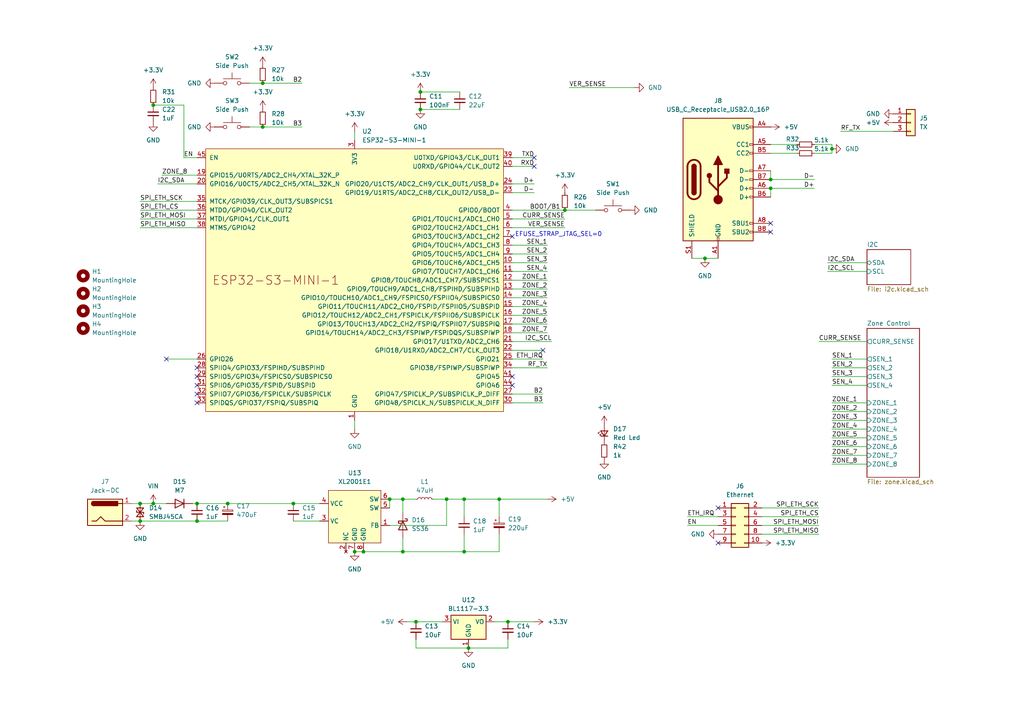
<source format=kicad_sch>
(kicad_sch (version 20231120) (generator "eeschema") (generator_version "8.0")
  (paper "A4")
  (lib_symbols
    (symbol "Connector:Jack-DC" (pin_names (offset 1.016))
      (property "Reference" "J" (at 0 5.334 0))
      (property "Value" "Jack-DC" (at 0 -5.08 0))
      (symbol "Jack-DC_1_1"
        (pin passive line (at 7.62 2.54 180) (length 2.54) (name "~") (number "1"))
        (pin passive line (at 7.62 -2.54 180) (length 2.54) (name "~") (number "2"))
      )
    )
    (symbol "Connector:USB_C_Receptacle_USB2.0_16P" (pin_names (offset 1.016))
      (property "Reference" "J" (at 0 22.225 0))
      (property "Value" "USB_C_Receptacle_USB2.0_16P" (at 0 19.685 0))
      (symbol "USB_C_Receptacle_USB2.0_16P_1_1"
        (pin passive line (at 0 -22.86 90) (length 5.08) (name "GND") (number "A1"))
        (pin passive line (at 0 -22.86 90) (length 5.08) hide (name "GND") (number "A12"))
        (pin passive line (at 15.24 15.24 180) (length 5.08) (name "VBUS") (number "A4"))
        (pin bidirectional line (at 15.24 10.16 180) (length 5.08) (name "CC1") (number "A5"))
        (pin bidirectional line (at 15.24 -2.54 180) (length 5.08) (name "D+") (number "A6"))
        (pin bidirectional line (at 15.24 2.54 180) (length 5.08) (name "D-") (number "A7"))
        (pin bidirectional line (at 15.24 -12.7 180) (length 5.08) (name "SBU1") (number "A8"))
        (pin passive line (at 15.24 15.24 180) (length 5.08) hide (name "VBUS") (number "A9"))
        (pin passive line (at 0 -22.86 90) (length 5.08) hide (name "GND") (number "B1"))
        (pin passive line (at 0 -22.86 90) (length 5.08) hide (name "GND") (number "B12"))
        (pin passive line (at 15.24 15.24 180) (length 5.08) hide (name "VBUS") (number "B4"))
        (pin bidirectional line (at 15.24 7.62 180) (length 5.08) (name "CC2") (number "B5"))
        (pin bidirectional line (at 15.24 -5.08 180) (length 5.08) (name "D+") (number "B6"))
        (pin bidirectional line (at 15.24 0 180) (length 5.08) (name "D-") (number "B7"))
        (pin bidirectional line (at 15.24 -15.24 180) (length 5.08) (name "SBU2") (number "B8"))
        (pin passive line (at 15.24 15.24 180) (length 5.08) hide (name "VBUS") (number "B9"))
        (pin passive line (at -7.62 -22.86 90) (length 5.08) (name "SHIELD") (number "S1"))
      )
    )
    (symbol "Connector_Generic:Conn_02x05_Odd_Even" (pin_names (offset 1.016) hide)
      (property "Reference" "J" (at 1.27 7.62 0))
      (property "Value" "Conn_02x05_Odd_Even" (at 1.27 -7.62 0))
      (symbol "Conn_02x05_Odd_Even_1_1"
        (pin passive line (at -5.08 5.08 0) (length 3.81) (name "Pin_1") (number "1"))
        (pin passive line (at 7.62 -5.08 180) (length 3.81) (name "Pin_10") (number "10"))
        (pin passive line (at 7.62 5.08 180) (length 3.81) (name "Pin_2") (number "2"))
        (pin passive line (at -5.08 2.54 0) (length 3.81) (name "Pin_3") (number "3"))
        (pin passive line (at 7.62 2.54 180) (length 3.81) (name "Pin_4") (number "4"))
        (pin passive line (at -5.08 0 0) (length 3.81) (name "Pin_5") (number "5"))
        (pin passive line (at 7.62 0 180) (length 3.81) (name "Pin_6") (number "6"))
        (pin passive line (at -5.08 -2.54 0) (length 3.81) (name "Pin_7") (number "7"))
        (pin passive line (at 7.62 -2.54 180) (length 3.81) (name "Pin_8") (number "8"))
        (pin passive line (at -5.08 -5.08 0) (length 3.81) (name "Pin_9") (number "9"))
      )
    )
    (symbol "Device:C_Polarized_Small" (pin_numbers hide) (pin_names (offset 0.254) hide)
      (property "Reference" "C" (at 0.254 1.778 0))
      (property "Value" "C_Polarized_Small" (at 0.254 -2.032 0))
      (symbol "C_Polarized_Small_1_1"
        (pin passive line (at 0 2.54 270) (length 1.8542) (name "~") (number "1"))
        (pin passive line (at 0 -2.54 90) (length 1.8542) (name "~") (number "2"))
      )
    )
    (symbol "Device:C_Small" (pin_numbers hide) (pin_names (offset 0.254) hide)
      (property "Reference" "C" (at 0.254 1.778 0))
      (property "Value" "C_Small" (at 0.254 -2.032 0))
      (symbol "C_Small_1_1"
        (pin passive line (at 0 2.54 270) (length 2.032) (name "~") (number "1"))
        (pin passive line (at 0 -2.54 90) (length 2.032) (name "~") (number "2"))
      )
    )
    (symbol "Device:D_TVS_Small" (pin_numbers hide) (pin_names (offset 1.016) hide)
      (property "Reference" "D" (at 0 2.54 0))
      (property "Value" "D_TVS_Small" (at 0 -2.54 0))
      (symbol "D_TVS_Small_1_1"
        (pin passive line (at -2.54 0 0) (length 1.27) (name "A1") (number "1"))
        (pin passive line (at 2.54 0 180) (length 1.27) (name "A2") (number "2"))
      )
    )
    (symbol "Device:LED_Small" (pin_numbers hide) (pin_names (offset 0.254) hide)
      (property "Reference" "D" (at -1.27 3.175 0))
      (property "Value" "LED_Small" (at -4.445 -2.54 0))
      (symbol "LED_Small_1_1"
        (pin passive line (at -2.54 0 0) (length 1.778) (name "K") (number "1"))
        (pin passive line (at 2.54 0 180) (length 1.778) (name "A") (number "2"))
      )
    )
    (symbol "Device:L_Small" (pin_numbers hide) (pin_names (offset 0.254) hide)
      (property "Reference" "L" (at 0.762 1.016 0))
      (property "Value" "L_Small" (at 0.762 -1.016 0))
      (symbol "L_Small_1_1"
        (pin passive line (at 0 2.54 270) (length 0.508) (name "~") (number "1"))
        (pin passive line (at 0 -2.54 90) (length 0.508) (name "~") (number "2"))
      )
    )
    (symbol "Device:R_Small" (pin_numbers hide) (pin_names (offset 0.254) hide)
      (property "Reference" "R" (at 0.762 0.508 0))
      (property "Value" "R_Small" (at 0.762 -1.016 0))
      (symbol "R_Small_1_1"
        (pin passive line (at 0 2.54 270) (length 0.762) (name "~") (number "1"))
        (pin passive line (at 0 -2.54 90) (length 0.762) (name "~") (number "2"))
      )
    )
    (symbol "Diode:NRVA4007T3G" (pin_numbers hide) (pin_names hide)
      (property "Reference" "D" (at 0 2.54 0))
      (property "Value" "NRVA4007T3G" (at 0 -2.54 0))
      (symbol "NRVA4007T3G_1_1"
        (pin passive line (at -3.81 0 0) (length 2.54) (name "K") (number "1"))
        (pin passive line (at 3.81 0 180) (length 2.54) (name "A") (number "2"))
      )
    )
    (symbol "Diode:SS36" (pin_numbers hide) (pin_names (offset 1.016) hide)
      (property "Reference" "D" (at 0 2.54 0))
      (property "Value" "SS36" (at 0 -2.54 0))
      (symbol "SS36_1_1"
        (pin passive line (at -3.81 0 0) (length 2.54) (name "K") (number "1"))
        (pin passive line (at 3.81 0 180) (length 2.54) (name "A") (number "2"))
      )
    )
    (symbol "Mechanical:MountingHole" (pin_names (offset 1.016)) (exclude_from_sim yes) (in_bom no)
      (property "Reference" "H" (at 0 5.08 0))
      (property "Value" "MountingHole" (at 0 3.175 0))
    )
    (symbol "OpenSprinkler:XL2001E1"
      (property "Reference" "U" (at 0 11.684 0))
      (property "Value" "XL2001E1" (at 0 9.398 0))
      (symbol "XL2001E1_1_1"
        (pin input line (at 10.16 -2.54 180) (length 2.54) (name "FB") (number "1"))
        (pin no_connect line (at -2.54 -10.16 90) (length 2.54) (name "NC") (number "2"))
        (pin input line (at -10.16 -1.27 0) (length 2.54) (name "VC") (number "3"))
        (pin input line (at -10.16 3.81 0) (length 2.54) (name "VCC") (number "4"))
        (pin output line (at 10.16 2.54 180) (length 2.54) (name "SW") (number "5"))
        (pin output line (at 10.16 5.08 180) (length 2.54) (name "SW") (number "6"))
        (pin output line (at 0 -10.16 90) (length 2.54) (name "GND") (number "7"))
        (pin output line (at 2.54 -10.16 90) (length 2.54) (name "GND") (number "8"))
      )
    )
    (symbol "PCM_4ms_Connector:Conn_01x03" (pin_names (offset 1.016) hide)
      (property "Reference" "J" (at 0 5.08 0))
      (property "Value" "Conn_01x03" (at 0 -5.08 0))
      (symbol "Conn_01x03_1_1"
        (pin passive line (at -5.08 2.54 0) (length 3.81) (name "Pin_1") (number "1"))
        (pin passive line (at -5.08 0 0) (length 3.81) (name "Pin_2") (number "2"))
        (pin passive line (at -5.08 -2.54 0) (length 3.81) (name "Pin_3") (number "3"))
      )
    )
    (symbol "PCM_Espressif:ESP32-S3-MINI-1" (pin_names (offset 1.016))
      (property "Reference" "U" (at -43.18 43.18 0))
      (property "Value" "ESP32-S3-MINI-1" (at -43.18 40.64 0))
      (symbol "ESP32-S3-MINI-1_0_0"
        (text "ESP32-S3-MINI-1" (at -22.86 0 0) (effects (font (size 2.54 2.54))))
        (pin power_in line (at 0 -40.64 90) (length 2.54) (name "GND") (number "1"))
        (pin bidirectional line (at 45.72 5.08 180) (length 2.54) (name "GPIO6/TOUCH6/ADC1_CH5") (number "10"))
        (pin bidirectional line (at 45.72 2.54 180) (length 2.54) (name "GPIO7/TOUCH7/ADC1_CH6") (number "11"))
        (pin bidirectional line (at 45.72 0 180) (length 2.54) (name "GPIO8/TOUCH8/ADC1_CH7/SUBSPICS1") (number "12"))
        (pin bidirectional line (at 45.72 -2.54 180) (length 2.54) (name "GPIO9/TOUCH9/ADC1_CH8/FSPIHD/SUBSPIHD") (number "13"))
        (pin bidirectional line (at 45.72 -5.08 180) (length 2.54) (name "GPIO10/TOUCH10/ADC1_CH9/FSPICS0/FSPIIO4/SUBSPICS0") (number "14"))
        (pin bidirectional line (at 45.72 -7.62 180) (length 2.54) (name "GPIO11/TOUCH11/ADC2_CH0/FSPID/FSPIIO5/SUBSPID") (number "15"))
        (pin bidirectional line (at 45.72 -10.16 180) (length 2.54) (name "GPIO12/TOUCH12/ADC2_CH1/FSPICLK/FSPIIO6/SUBSPICLK") (number "16"))
        (pin bidirectional line (at 45.72 -12.7 180) (length 2.54) (name "GPIO13/TOUCH13/ADC2_CH2/FSPIQ/FSPIIO7/SUBSPIQ") (number "17"))
        (pin bidirectional line (at 45.72 -15.24 180) (length 2.54) (name "GPIO14/TOUCH14/ADC2_CH3/FSPIWP/FSPIDQS/SUBSPIWP") (number "18"))
        (pin bidirectional line (at -45.72 30.48 0) (length 2.54) (name "GPIO15/U0RTS/ADC2_CH4/XTAL_32K_P") (number "19"))
        (pin passive line (at 0 -40.64 90) (length 2.54) hide (name "GND") (number "2"))
        (pin bidirectional line (at -45.72 27.94 0) (length 2.54) (name "GPIO16/U0CTS/ADC2_CH5/XTAL_32K_N") (number "20"))
        (pin bidirectional line (at 45.72 -17.78 180) (length 2.54) (name "GPIO17/U1TXD/ADC2_CH6") (number "21"))
        (pin bidirectional line (at 45.72 -20.32 180) (length 2.54) (name "GPIO18/U1RXD/ADC2_CH7/CLK_OUT3") (number "22"))
        (pin bidirectional line (at 45.72 25.4 180) (length 2.54) (name "GPIO19/U1RTS/ADC2_CH8/CLK_OUT2/USB_D-") (number "23"))
        (pin bidirectional line (at 45.72 27.94 180) (length 2.54) (name "GPIO20/U1CTS/ADC2_CH9/CLK_OUT1/USB_D+") (number "24"))
        (pin bidirectional line (at 45.72 -22.86 180) (length 2.54) (name "GPIO21") (number "25"))
        (pin bidirectional line (at -45.72 -22.86 0) (length 2.54) (name "GPIO26") (number "26"))
        (pin bidirectional line (at 45.72 -33.02 180) (length 2.54) (name "GPIO47/SPICLK_P/SUBSPICLK_P_DIFF") (number "27"))
        (pin bidirectional line (at -45.72 -25.4 0) (length 2.54) (name "SPIIO4/GPIO33/FSPIHD/SUBSPIHD") (number "28"))
        (pin bidirectional line (at -45.72 -27.94 0) (length 2.54) (name "SPIIO5/GPIO34/FSPICS0/SUBSPICS0") (number "29"))
        (pin power_in line (at 0 40.64 270) (length 2.54) (name "3V3") (number "3"))
        (pin bidirectional line (at 45.72 -35.56 180) (length 2.54) (name "GPIO48/SPICLK_N/SUBSPICLK_N_DIFF") (number "30"))
        (pin bidirectional line (at -45.72 -30.48 0) (length 2.54) (name "SPIIO6/GPIO35/FSPID/SUBSPID") (number "31"))
        (pin bidirectional line (at -45.72 -33.02 0) (length 2.54) (name "SPIIO7/GPIO36/FSPICLK/SUBSPICLK") (number "32"))
        (pin bidirectional line (at -45.72 -35.56 0) (length 2.54) (name "SPIDQS/GPIO37/FSPIQ/SUBSPIQ") (number "33"))
        (pin bidirectional line (at 45.72 -25.4 180) (length 2.54) (name "GPIO38/FSPIWP/SUBSPIWP") (number "34"))
        (pin bidirectional line (at -45.72 22.86 0) (length 2.54) (name "MTCK/GPIO39/CLK_OUT3/SUBSPICS1") (number "35"))
        (pin bidirectional line (at -45.72 20.32 0) (length 2.54) (name "MTDO/GPIO40/CLK_OUT2") (number "36"))
        (pin bidirectional line (at -45.72 17.78 0) (length 2.54) (name "MTDI/GPIO41/CLK_OUT1") (number "37"))
        (pin bidirectional line (at -45.72 15.24 0) (length 2.54) (name "MTMS/GPIO42") (number "38"))
        (pin bidirectional line (at 45.72 35.56 180) (length 2.54) (name "U0TXD/GPIO43/CLK_OUT1") (number "39"))
        (pin bidirectional line (at 45.72 20.32 180) (length 2.54) (name "GPIO0/BOOT") (number "4"))
        (pin bidirectional line (at 45.72 33.02 180) (length 2.54) (name "U0RXD/GPIO44/CLK_OUT2") (number "40"))
        (pin bidirectional line (at 45.72 -27.94 180) (length 2.54) (name "GPIO45") (number "41"))
        (pin passive line (at 0 -40.64 90) (length 2.54) hide (name "GND") (number "42"))
        (pin passive line (at 0 -40.64 90) (length 2.54) hide (name "GND") (number "43"))
        (pin bidirectional line (at 45.72 -30.48 180) (length 2.54) (name "GPIO46") (number "44"))
        (pin input line (at -45.72 35.56 0) (length 2.54) (name "EN") (number "45"))
        (pin passive line (at 0 -40.64 90) (length 2.54) hide (name "GND") (number "46"))
        (pin passive line (at 0 -40.64 90) (length 2.54) hide (name "GND") (number "47"))
        (pin passive line (at 0 -40.64 90) (length 2.54) hide (name "GND") (number "48"))
        (pin passive line (at 0 -40.64 90) (length 2.54) hide (name "GND") (number "49"))
        (pin bidirectional line (at 45.72 17.78 180) (length 2.54) (name "GPIO1/TOUCH1/ADC1_CH0") (number "5"))
        (pin passive line (at 0 -40.64 90) (length 2.54) hide (name "GND") (number "50"))
        (pin passive line (at 0 -40.64 90) (length 2.54) hide (name "GND") (number "51"))
        (pin passive line (at 0 -40.64 90) (length 2.54) hide (name "GND") (number "52"))
        (pin passive line (at 0 -40.64 90) (length 2.54) hide (name "GND") (number "53"))
        (pin passive line (at 0 -40.64 90) (length 2.54) hide (name "GND") (number "54"))
        (pin passive line (at 0 -40.64 90) (length 2.54) hide (name "GND") (number "55"))
        (pin passive line (at 0 -40.64 90) (length 2.54) hide (name "GND") (number "56"))
        (pin passive line (at 0 -40.64 90) (length 2.54) hide (name "GND") (number "57"))
        (pin passive line (at 0 -40.64 90) (length 2.54) hide (name "GND") (number "58"))
        (pin passive line (at 0 -40.64 90) (length 2.54) hide (name "GND") (number "59"))
        (pin bidirectional line (at 45.72 15.24 180) (length 2.54) (name "GPIO2/TOUCH2/ADC1_CH1") (number "6"))
        (pin passive line (at 0 -40.64 90) (length 2.54) hide (name "GND") (number "60"))
        (pin passive line (at 0 -40.64 90) (length 2.54) hide (name "GND") (number "61"))
        (pin passive line (at 0 -40.64 90) (length 2.54) hide (name "GND") (number "62"))
        (pin passive line (at 0 -40.64 90) (length 2.54) hide (name "GND") (number "63"))
        (pin passive line (at 0 -40.64 90) (length 2.54) hide (name "GND") (number "64"))
        (pin passive line (at 0 -40.64 90) (length 2.54) hide (name "GND") (number "65"))
        (pin bidirectional line (at 45.72 12.7 180) (length 2.54) (name "GPIO3/TOUCH3/ADC1_CH2") (number "7"))
        (pin bidirectional line (at 45.72 10.16 180) (length 2.54) (name "GPIO4/TOUCH4/ADC1_CH3") (number "8"))
        (pin bidirectional line (at 45.72 7.62 180) (length 2.54) (name "GPIO5/TOUCH5/ADC1_CH4") (number "9"))
      )
    )
    (symbol "Regulator_Linear:AMS1117-3.3"
      (property "Reference" "U" (at -3.81 3.175 0))
      (property "Value" "AMS1117-3.3" (at 0 3.175 0))
      (symbol "AMS1117-3.3_1_1"
        (pin power_in line (at 0 -7.62 90) (length 2.54) (name "GND") (number "1"))
        (pin power_out line (at 7.62 0 180) (length 2.54) (name "VO") (number "2"))
        (pin power_in line (at -7.62 0 0) (length 2.54) (name "VI") (number "3"))
      )
    )
    (symbol "Switch:SW_Push" (pin_numbers hide) (pin_names (offset 1.016) hide)
      (property "Reference" "SW" (at 1.27 2.54 0))
      (property "Value" "SW_Push" (at 0 -1.524 0))
      (symbol "SW_Push_0_1"
        (pin passive line (at -5.08 0 0) (length 2.54) (name "1") (number "1"))
        (pin passive line (at 5.08 0 180) (length 2.54) (name "2") (number "2"))
      )
    )
    (symbol "power:+3.3V" (power) (pin_numbers hide) (pin_names (offset 0) hide)
      (property "Value" "+3.3V" (at 0 3.556 0))
      (symbol "+3.3V_1_1"
        (pin power_in line (at 0 0 90) (length 0) (name "~") (number "1"))
      )
    )
    (symbol "power:+5V" (power) (pin_numbers hide) (pin_names (offset 0) hide)
      (property "Value" "+5V" (at 0 3.556 0))
      (symbol "+5V_1_1"
        (pin power_in line (at 0 0 90) (length 0) (name "~") (number "1"))
      )
    )
    (symbol "power:GND" (power) (pin_numbers hide) (pin_names (offset 0) hide)
      (property "Value" "GND" (at 0 -3.81 0))
      (symbol "GND_1_1"
        (pin power_in line (at 0 0 270) (length 0) (name "~") (number "1"))
      )
    )
    (symbol "power:VCC" (power) (pin_numbers hide) (pin_names (offset 0) hide)
      (property "Value" "VCC" (at 0 3.556 0))
      (symbol "VCC_1_1"
        (pin power_in line (at 0 0 90) (length 0) (name "~") (number "1"))
      )
    )
  )
  (junction (at 66.04 146.05))
  (junction (at 102.87 160.02))
  (junction (at 44.45 146.05))
  (junction (at 44.45 30.48))
  (junction (at 116.84 144.78))
  (junction (at 121.92 26.67))
  (junction (at 40.64 151.13))
  (junction (at 76.2 24.13))
  (junction (at 223.52 52.07))
  (junction (at 223.52 54.61))
  (junction (at 85.09 146.05))
  (junction (at 129.54 144.78))
  (junction (at 144.78 144.78))
  (junction (at 147.32 180.34))
  (junction (at 134.62 160.02))
  (junction (at 135.89 187.96))
  (junction (at 121.92 31.75))
  (junction (at 120.65 180.34))
  (junction (at 204.47 74.93))
  (junction (at 134.62 144.78))
  (junction (at 57.15 146.05))
  (junction (at 116.84 160.02))
  (junction (at 105.41 160.02))
  (junction (at 40.64 146.05))
  (junction (at 57.15 151.13))
  (junction (at 163.83 60.96))
  (junction (at 241.3 43.18))
  (junction (at 113.03 144.78))
  (junction (at 76.2 36.83))
  (no_connect (at 148.59 109.22))
  (no_connect (at 154.94 45.72))
  (no_connect (at 57.15 111.76))
  (no_connect (at 154.94 48.26))
  (no_connect (at 148.59 111.76))
  (no_connect (at 148.59 68.58))
  (no_connect (at 57.15 109.22))
  (no_connect (at 157.48 101.6))
  (no_connect (at 57.15 116.84))
  (no_connect (at 208.28 147.32))
  (no_connect (at 208.28 157.48))
  (no_connect (at 57.15 114.3))
  (no_connect (at 223.52 64.77))
  (no_connect (at 223.52 67.31))
  (no_connect (at 48.26 104.14))
  (no_connect (at 57.15 106.68))
  (wire (pts (xy 53.34 30.48) (xy 53.34 45.72)))
  (wire (pts (xy 241.3 104.14) (xy 251.46 104.14)))
  (wire (pts (xy 129.54 152.4) (xy 113.03 152.4)))
  (wire (pts (xy 158.75 96.52) (xy 148.59 96.52)))
  (wire (pts (xy 158.75 91.44) (xy 148.59 91.44)))
  (wire (pts (xy 76.2 24.13) (xy 87.63 24.13)))
  (wire (pts (xy 129.54 144.78) (xy 129.54 152.4)))
  (wire (pts (xy 220.98 152.4) (xy 237.49 152.4)))
  (wire (pts (xy 231.14 41.91) (xy 223.52 41.91)))
  (wire (pts (xy 120.65 187.96) (xy 120.65 185.42)))
  (wire (pts (xy 57.15 53.34) (xy 45.72 53.34)))
  (wire (pts (xy 134.62 154.94) (xy 134.62 160.02)))
  (wire (pts (xy 135.89 187.96) (xy 120.65 187.96)))
  (wire (pts (xy 148.59 116.84) (xy 157.48 116.84)))
  (wire (pts (xy 148.59 55.88) (xy 154.94 55.88)))
  (wire (pts (xy 241.3 129.54) (xy 251.46 129.54)))
  (wire (pts (xy 38.1 146.05) (xy 40.64 146.05)))
  (wire (pts (xy 251.46 76.2) (xy 240.03 76.2)))
  (wire (pts (xy 158.75 78.74) (xy 148.59 78.74)))
  (wire (pts (xy 241.3 41.91) (xy 236.22 41.91)))
  (wire (pts (xy 158.75 81.28) (xy 148.59 81.28)))
  (wire (pts (xy 200.66 74.93) (xy 204.47 74.93)))
  (wire (pts (xy 144.78 160.02) (xy 134.62 160.02)))
  (wire (pts (xy 76.2 36.83) (xy 87.63 36.83)))
  (wire (pts (xy 243.84 38.1) (xy 259.08 38.1)))
  (wire (pts (xy 220.98 149.86) (xy 237.49 149.86)))
  (wire (pts (xy 158.75 93.98) (xy 148.59 93.98)))
  (wire (pts (xy 40.64 151.13) (xy 57.15 151.13)))
  (wire (pts (xy 241.3 109.22) (xy 251.46 109.22)))
  (wire (pts (xy 57.15 104.14) (xy 48.26 104.14)))
  (wire (pts (xy 223.52 44.45) (xy 231.14 44.45)))
  (wire (pts (xy 237.49 99.06) (xy 251.46 99.06)))
  (wire (pts (xy 241.3 119.38) (xy 251.46 119.38)))
  (wire (pts (xy 241.3 124.46) (xy 251.46 124.46)))
  (wire (pts (xy 148.59 53.34) (xy 154.94 53.34)))
  (wire (pts (xy 134.62 149.86) (xy 134.62 144.78)))
  (wire (pts (xy 204.47 74.93) (xy 208.28 74.93)))
  (wire (pts (xy 236.22 44.45) (xy 241.3 44.45)))
  (wire (pts (xy 158.75 71.12) (xy 148.59 71.12)))
  (wire (pts (xy 148.59 99.06) (xy 160.02 99.06)))
  (wire (pts (xy 223.52 54.61) (xy 236.22 54.61)))
  (wire (pts (xy 57.15 60.96) (xy 40.64 60.96)))
  (wire (pts (xy 158.75 88.9) (xy 148.59 88.9)))
  (wire (pts (xy 134.62 144.78) (xy 144.78 144.78)))
  (wire (pts (xy 120.65 180.34) (xy 128.27 180.34)))
  (wire (pts (xy 129.54 144.78) (xy 134.62 144.78)))
  (wire (pts (xy 158.75 76.2) (xy 148.59 76.2)))
  (wire (pts (xy 102.87 160.02) (xy 105.41 160.02)))
  (wire (pts (xy 148.59 114.3) (xy 157.48 114.3)))
  (wire (pts (xy 147.32 180.34) (xy 154.94 180.34)))
  (wire (pts (xy 72.39 36.83) (xy 76.2 36.83)))
  (wire (pts (xy 148.59 101.6) (xy 157.48 101.6)))
  (wire (pts (xy 113.03 144.78) (xy 113.03 147.32)))
  (wire (pts (xy 105.41 160.02) (xy 116.84 160.02)))
  (wire (pts (xy 154.94 48.26) (xy 148.59 48.26)))
  (wire (pts (xy 102.87 38.1) (xy 102.87 40.64)))
  (wire (pts (xy 116.84 144.78) (xy 116.84 148.59)))
  (wire (pts (xy 38.1 151.13) (xy 40.64 151.13)))
  (wire (pts (xy 72.39 24.13) (xy 76.2 24.13)))
  (wire (pts (xy 208.28 149.86) (xy 199.39 149.86)))
  (wire (pts (xy 148.59 63.5) (xy 163.83 63.5)))
  (wire (pts (xy 125.73 144.78) (xy 129.54 144.78)))
  (wire (pts (xy 148.59 60.96) (xy 163.83 60.96)))
  (wire (pts (xy 57.15 58.42) (xy 40.64 58.42)))
  (wire (pts (xy 208.28 152.4) (xy 199.39 152.4)))
  (wire (pts (xy 241.3 44.45) (xy 241.3 43.18)))
  (wire (pts (xy 220.98 154.94) (xy 237.49 154.94)))
  (wire (pts (xy 241.3 106.68) (xy 251.46 106.68)))
  (wire (pts (xy 121.92 26.67) (xy 133.35 26.67)))
  (wire (pts (xy 241.3 132.08) (xy 251.46 132.08)))
  (wire (pts (xy 57.15 146.05) (xy 66.04 146.05)))
  (wire (pts (xy 46.99 50.8) (xy 57.15 50.8)))
  (wire (pts (xy 251.46 78.74) (xy 240.03 78.74)))
  (wire (pts (xy 144.78 149.86) (xy 144.78 144.78)))
  (wire (pts (xy 121.92 31.75) (xy 133.35 31.75)))
  (wire (pts (xy 134.62 160.02) (xy 116.84 160.02)))
  (wire (pts (xy 85.09 151.13) (xy 92.71 151.13)))
  (wire (pts (xy 116.84 156.21) (xy 116.84 160.02)))
  (wire (pts (xy 241.3 127) (xy 251.46 127)))
  (wire (pts (xy 113.03 144.78) (xy 116.84 144.78)))
  (wire (pts (xy 223.52 52.07) (xy 223.52 49.53)))
  (wire (pts (xy 57.15 63.5) (xy 40.64 63.5)))
  (wire (pts (xy 57.15 66.04) (xy 40.64 66.04)))
  (wire (pts (xy 40.64 146.05) (xy 44.45 146.05)))
  (wire (pts (xy 158.75 86.36) (xy 148.59 86.36)))
  (wire (pts (xy 66.04 146.05) (xy 85.09 146.05)))
  (wire (pts (xy 165.1 25.4) (xy 184.15 25.4)))
  (wire (pts (xy 158.75 73.66) (xy 148.59 73.66)))
  (wire (pts (xy 147.32 185.42) (xy 147.32 187.96)))
  (wire (pts (xy 144.78 154.94) (xy 144.78 160.02)))
  (wire (pts (xy 223.52 52.07) (xy 236.22 52.07)))
  (wire (pts (xy 148.59 104.14) (xy 157.48 104.14)))
  (wire (pts (xy 241.3 134.62) (xy 251.46 134.62)))
  (wire (pts (xy 144.78 144.78) (xy 158.75 144.78)))
  (wire (pts (xy 241.3 43.18) (xy 241.3 41.91)))
  (wire (pts (xy 154.94 45.72) (xy 148.59 45.72)))
  (wire (pts (xy 147.32 180.34) (xy 143.51 180.34)))
  (wire (pts (xy 148.59 106.68) (xy 158.75 106.68)))
  (wire (pts (xy 223.52 54.61) (xy 223.52 57.15)))
  (wire (pts (xy 116.84 144.78) (xy 120.65 144.78)))
  (wire (pts (xy 241.3 121.92) (xy 251.46 121.92)))
  (wire (pts (xy 44.45 146.05) (xy 48.26 146.05)))
  (wire (pts (xy 44.45 30.48) (xy 53.34 30.48)))
  (wire (pts (xy 163.83 66.04) (xy 148.59 66.04)))
  (wire (pts (xy 102.87 121.92) (xy 102.87 124.46)))
  (wire (pts (xy 172.72 60.96) (xy 163.83 60.96)))
  (wire (pts (xy 241.3 111.76) (xy 251.46 111.76)))
  (wire (pts (xy 55.88 146.05) (xy 57.15 146.05)))
  (wire (pts (xy 220.98 147.32) (xy 237.49 147.32)))
  (wire (pts (xy 147.32 187.96) (xy 135.89 187.96)))
  (wire (pts (xy 241.3 116.84) (xy 251.46 116.84)))
  (wire (pts (xy 85.09 146.05) (xy 92.71 146.05)))
  (wire (pts (xy 53.34 45.72) (xy 57.15 45.72)))
  (wire (pts (xy 118.11 180.34) (xy 120.65 180.34)))
  (wire (pts (xy 57.15 151.13) (xy 66.04 151.13)))
  (wire (pts (xy 158.75 83.82) (xy 148.59 83.82)))
  (text "EFUSE_STRAP_JTAG_SEL=0" (at 149.352 67.31 0) (effects (font (size 1.27 1.27)) (justify left top)))
  (label "EN" (at 199.39 152.4 0))
  (label "SPI_ETH_MOSI" (at 40.64 63.5 0))
  (label "CURR_SENSE" (at 237.49 99.06 0))
  (label "B3" (at 87.63 36.83 180))
  (label "I2C_SDA" (at 240.03 76.2 0))
  (label "SEN_4" (at 158.75 78.74 180))
  (label "CURR_SENSE" (at 163.83 63.5 180))
  (label "SEN_3" (at 158.75 76.2 180))
  (label "SPI_ETH_SCK" (at 237.49 147.32 180))
  (label "BOOT{slash}B1" (at 162.56 60.96 180))
  (label "ZONE_3" (at 158.75 86.36 180))
  (label "SPI_ETH_MISO" (at 237.49 154.94 180))
  (label "ZONE_4" (at 158.75 88.9 180))
  (label "ZONE_3" (at 241.3 121.92 0))
  (label "VER_SENSE" (at 163.83 66.04 180))
  (label "B2" (at 157.48 114.3 180))
  (label "SEN_1" (at 241.3 104.14 0))
  (label "ZONE_6" (at 158.75 93.98 180))
  (label "ZONE_8" (at 46.99 50.8 0))
  (label "I2C_SDA" (at 45.72 53.34 0))
  (label "RXD" (at 154.94 48.26 180))
  (label "ZONE_4" (at 241.3 124.46 0))
  (label "D+" (at 236.22 54.61 180))
  (label "ETH_IRQ" (at 157.48 104.14 180))
  (label "SEN_3" (at 241.3 109.22 0))
  (label "ZONE_5" (at 241.3 127 0))
  (label "SEN_1" (at 158.75 71.12 180))
  (label "SPI_ETH_SCK" (at 40.64 58.42 0))
  (label "B3" (at 157.48 116.84 180))
  (label "ZONE_2" (at 158.75 83.82 180))
  (label "D+" (at 154.94 53.34 180))
  (label "B2" (at 87.63 24.13 180))
  (label "SPI_ETH_MOSI" (at 237.49 152.4 180))
  (label "VER_SENSE" (at 165.1 25.4 0))
  (label "RF_TX" (at 158.75 106.68 180))
  (label "ZONE_2" (at 241.3 119.38 0))
  (label "ZONE_7" (at 241.3 132.08 0))
  (label "SPI_ETH_CS" (at 40.64 60.96 0))
  (label "ZONE_6" (at 241.3 129.54 0))
  (label "SPI_ETH_MISO" (at 40.64 66.04 0))
  (label "ETH_IRQ" (at 199.39 149.86 0))
  (label "I2C_SCL" (at 160.02 99.06 180))
  (label "RF_TX" (at 243.84 38.1 0))
  (label "SEN_2" (at 158.75 73.66 180))
  (label "ZONE_1" (at 158.75 81.28 180))
  (label "D-" (at 154.94 55.88 180))
  (label "D-" (at 236.22 52.07 180))
  (label "I2C_SCL" (at 240.03 78.74 0))
  (label "EN" (at 53.34 45.72 0))
  (label "SPI_ETH_CS" (at 237.49 149.86 180))
  (label "ZONE_5" (at 158.75 91.44 180))
  (label "SEN_4" (at 241.3 111.76 0))
  (label "ZONE_8" (at 241.3 134.62 0))
  (label "TXD" (at 154.94 45.72 180))
  (label "ZONE_1" (at 241.3 116.84 0))
  (label "ZONE_7" (at 158.75 96.52 180))
  (label "SEN_2" (at 241.3 106.68 0))
  (symbol (lib_id "Device:C_Small") (at 147.32 182.88 0) (mirror y) (unit 1)
    (property "Reference" "C14" (at 149.86 181.6162 0) (effects (justify right)))
    (property "Value" "10uF" (at 149.86 184.1562 0) (effects (justify right)))
    (property "Footprint" "Capacitor_SMD:C_0603_1608Metric_Pad1.08x0.95mm_HandSolder" (effects (hide yes)))
    (property "Description" "Unpolarized capacitor, small symbol" (effects (hide yes)))
    (property "JLCPCB Part #" "C96446" (effects (hide yes)))
  )
  (symbol (lib_id "power:GND") (at 182.88 60.96 90) (unit 1)
    (property "Reference" "#PWR020" (effects (hide yes)))
    (property "Value" "GND" (at 186.69 60.9599 90) (effects (justify right)))
    (property "Description" "Power symbol creates a global label with name \"GND\" , ground" (effects (hide yes)))
  )
  (symbol (lib_id "Device:R_Small") (at 76.2 21.59 0) (unit 1)
    (property "Reference" "R27" (at 78.74 20.3199 0) (effects (justify left)))
    (property "Value" "10k" (at 78.74 22.8599 0) (effects (justify left)))
    (property "Footprint" "Resistor_SMD:R_0603_1608Metric_Pad0.98x0.95mm_HandSolder" (effects (hide yes)))
    (property "Description" "Resistor, small symbol" (effects (hide yes)))
    (property "JLCPCB Part #" "C25804" (effects (hide yes)))
  )
  (symbol (lib_id "Device:C_Polarized_Small") (at 66.04 148.59 0) (unit 1)
    (property "Reference" "C17" (at 68.58 146.7738 0) (effects (justify left)))
    (property "Value" "470uF" (at 68.58 149.3138 0) (effects (justify left)))
    (property "Footprint" "OpenSprinkler:CP_Radial_L20.0mm_D10.0mm_P5.00mm_Horizontal" (effects (hide yes)))
    (property "Description" "Polarized capacitor, small symbol" (effects (hide yes)))
    (property "JLCPCB Part #" "C2760863" (effects (hide yes)))
  )
  (symbol (lib_id "Device:R_Small") (at 44.45 27.94 0) (unit 1)
    (property "Reference" "R31" (at 46.99 26.6699 0) (effects (justify left)))
    (property "Value" "10k" (at 46.99 29.2099 0) (effects (justify left)))
    (property "Footprint" "Resistor_SMD:R_0603_1608Metric_Pad0.98x0.95mm_HandSolder" (effects (hide yes)))
    (property "Description" "Resistor, small symbol" (effects (hide yes)))
    (property "JLCPCB Part #" "C25804" (effects (hide yes)))
  )
  (symbol (lib_id "Device:C_Small") (at 133.35 29.21 0) (unit 1)
    (property "Reference" "C12" (at 135.89 27.9462 0) (effects (justify left)))
    (property "Value" "22uF" (at 135.89 30.4862 0) (effects (justify left)))
    (property "Footprint" "Capacitor_SMD:C_0805_2012Metric_Pad1.18x1.45mm_HandSolder" (effects (hide yes)))
    (property "Description" "Unpolarized capacitor, small symbol" (effects (hide yes)))
    (property "JLCPCB Part #" "C45783" (effects (hide yes)))
  )
  (symbol (lib_id "power:GND") (at 259.08 33.02 270) (unit 1)
    (property "Reference" "#PWR043" (effects (hide yes)))
    (property "Value" "GND" (at 255.27 33.0199 90) (effects (justify right)))
    (property "Description" "Power symbol creates a global label with name \"GND\" , ground" (effects (hide yes)))
  )
  (symbol (lib_id "Device:C_Polarized_Small") (at 144.78 152.4 0) (unit 1)
    (property "Reference" "C19" (at 147.32 150.5838 0) (effects (justify left)))
    (property "Value" "220uF" (at 147.32 153.1238 0) (effects (justify left)))
    (property "Footprint" "OpenSprinkler:CP_Radial_L12.0mm_D8.0mm_P3.50mm_Horizontal" (effects (hide yes)))
    (property "Description" "Polarized capacitor, small symbol" (effects (hide yes)))
    (property "JLCPCB Part #" "C2831783" (effects (hide yes)))
  )
  (symbol (lib_id "PCM_4ms_Connector:Conn_01x03") (at 264.16 35.56 0) (unit 1)
    (property "Reference" "J5" (at 266.7 34.2899 0) (effects (justify left)))
    (property "Value" "TX" (at 266.7 36.8299 0) (effects (justify left)))
    (property "Footprint" "Connector_PinSocket_2.54mm:PinSocket_1x03_P2.54mm_Horizontal" (effects (hide yes)))
    (property "Description" "HEADER 1x3 MALE PINS 0.100” 180deg" (effects (hide yes)))
    (property "Specifications" "HEADER 1x3 MALE PINS 0.100” 180deg" (effects (hide yes)))
    (property "Manufacturer" "TAD" (effects (hide yes)))
    (property "Part Number" "1-0301FBV0T" (effects (hide yes)))
    (property "JLCPCB Part #" "C2935993" (effects (hide yes)))
  )
  (symbol (lib_id "power:GND") (at 40.64 151.13 0) (unit 1)
    (property "Reference" "#PWR055" (effects (hide yes)))
    (property "Value" "GND" (at 40.64 156.21 0))
    (property "Description" "Power symbol creates a global label with name \"GND\" , ground" (effects (hide yes)))
  )
  (symbol (lib_id "power:+5V") (at 118.11 180.34 90) (unit 1)
    (property "Reference" "#PWR048" (effects (hide yes)))
    (property "Value" "+5V" (at 114.3 180.3399 90) (effects (justify left)))
    (property "Description" "Power symbol creates a global label with name \"+5V\"" (effects (hide yes)))
  )
  (symbol (lib_id "Diode:NRVA4007T3G") (at 52.07 146.05 180) (unit 1)
    (property "Reference" "D15" (at 52.07 139.7 0))
    (property "Value" "M7" (at 52.07 142.24 0))
    (property "Footprint" "Diode_SMD:D_SMA" (effects (hide yes)))
    (property "Datasheet" "http://www.onsemi.com/pub_link/Collateral/MRA4003T3-D.PDF" (effects (hide yes)))
    (property "Description" "1000V, 1A, General Purpose Rectifier Diode, SMA(DO-214AC)" (effects (hide yes)))
    (property "Sim.Device" "D" (effects (hide yes)))
    (property "Sim.Pins" "1=K 2=A" (effects (hide yes)))
    (property "JLCPCB Part #" "C7420350" (effects (hide yes)))
  )
  (symbol (lib_id "Device:C_Small") (at 85.09 148.59 0) (unit 1)
    (property "Reference" "C15" (at 87.63 147.3262 0) (effects (justify left)))
    (property "Value" "1uF" (at 87.63 149.8662 0) (effects (justify left)))
    (property "Footprint" "Capacitor_SMD:C_0603_1608Metric_Pad1.08x0.95mm_HandSolder" (effects (hide yes)))
    (property "Description" "Unpolarized capacitor, small symbol" (effects (hide yes)))
    (property "JLCPCB Part #" "C15849" (effects (hide yes)))
  )
  (symbol (lib_id "power:+3.3V") (at 154.94 180.34 270) (unit 1)
    (property "Reference" "#PWR049" (effects (hide yes)))
    (property "Value" "+3.3V" (at 158.75 180.3399 90) (effects (justify left)))
    (property "Description" "Power symbol creates a global label with name \"+3.3V\"" (effects (hide yes)))
  )
  (symbol (lib_id "Device:C_Small") (at 57.15 148.59 0) (unit 1)
    (property "Reference" "C16" (at 59.69 147.3262 0) (effects (justify left)))
    (property "Value" "1uF" (at 59.69 149.8662 0) (effects (justify left)))
    (property "Footprint" "Capacitor_SMD:C_0603_1608Metric_Pad1.08x0.95mm_HandSolder" (effects (hide yes)))
    (property "Description" "Unpolarized capacitor, small symbol" (effects (hide yes)))
    (property "JLCPCB Part #" "C15849" (effects (hide yes)))
  )
  (symbol (lib_id "Device:C_Small") (at 121.92 29.21 0) (unit 1)
    (property "Reference" "C11" (at 124.46 27.9462 0) (effects (justify left)))
    (property "Value" "100nF" (at 124.46 30.4862 0) (effects (justify left)))
    (property "Footprint" "Capacitor_SMD:C_0603_1608Metric_Pad1.08x0.95mm_HandSolder" (effects (hide yes)))
    (property "Description" "Unpolarized capacitor, small symbol" (effects (hide yes)))
    (property "JLCPCB Part #" "C14663" (effects (hide yes)))
  )
  (symbol (lib_id "Connector_Generic:Conn_02x05_Odd_Even") (at 213.36 152.4 0) (unit 1)
    (property "Reference" "J6" (at 214.63 140.97 0))
    (property "Value" "Ethernet" (at 214.63 143.51 0))
    (property "Footprint" "Connector_IDC:IDC-Header_2x05_P2.54mm_Horizontal" (effects (hide yes)))
    (property "Description" "Generic connector, double row, 02x05, odd/even pin numbering scheme (row 1 odd numbers, row 2 even numbers), script generated (kicad-library-utils/schlib/autogen/connector/)" (effects (hide yes)))
    (property "JLCPCB Part #" "C9140" (effects (hide yes)))
  )
  (symbol (lib_id "OpenSprinkler:XL2001E1") (at 102.87 149.86 0) (unit 1)
    (property "Reference" "U13" (at 102.87 137.16 0))
    (property "Value" "XL2001E1" (at 102.87 139.7 0))
    (property "Footprint" "Package_SO:SOP-8_3.9x4.9mm_P1.27mm" (effects (hide yes)))
    (property "Datasheet" "https://wmsc.lcsc.com/wmsc/upload/file/pdf/v2/lcsc/1809191818_XLSEMI-XL2001E1_C73336.pdf" (effects (hide yes)))
    (property "Description" "DC/DC Step Down Converter, Input: 8V to 45V, Output: 5V, 1.8A" (effects (hide yes)))
    (property "JLCPCB Part #" "C73336" (effects (hide yes)))
  )
  (symbol (lib_id "power:GND") (at 241.3 43.18 90) (unit 1)
    (property "Reference" "#PWR065" (effects (hide yes)))
    (property "Value" "GND" (at 245.11 43.1799 90) (effects (justify right)))
    (property "Description" "Power symbol creates a global label with name \"GND\" , ground" (effects (hide yes)))
  )
  (symbol (lib_id "power:GND") (at 121.92 31.75 0) (unit 1)
    (property "Reference" "#PWR045" (effects (hide yes)))
    (property "Value" "GND" (at 121.92 36.83 0))
    (property "Description" "Power symbol creates a global label with name \"GND\" , ground" (effects (hide yes)))
  )
  (symbol (lib_id "Mechanical:MountingHole") (at 24.13 80.01 0) (unit 1) (exclude_from_sim yes) (in_bom no)
    (property "Reference" "H1" (at 26.67 78.7399 0) (effects (justify left)))
    (property "Value" "MountingHole" (at 26.67 81.2799 0) (effects (justify left)))
    (property "Footprint" "OpenSprinkler:MountingHole_5.6mm" (effects (hide yes)))
    (property "Description" "Mounting Hole without connection" (effects (hide yes)))
    (property "JLCPCB Part #" "N/A" (effects (hide yes)))
  )
  (symbol (lib_id "power:GND") (at 44.45 35.56 0) (unit 1)
    (property "Reference" "#PWR042" (effects (hide yes)))
    (property "Value" "GND" (at 44.45 40.64 0))
    (property "Description" "Power symbol creates a global label with name \"GND\" , ground" (effects (hide yes)))
  )
  (symbol (lib_id "power:GND") (at 62.23 36.83 270) (unit 1)
    (property "Reference" "#PWR052" (effects (hide yes)))
    (property "Value" "GND" (at 58.42 36.8299 90) (effects (justify right)))
    (property "Description" "Power symbol creates a global label with name \"GND\" , ground" (effects (hide yes)))
  )
  (symbol (lib_id "Connector:Jack-DC") (at 30.48 148.59 0) (unit 1)
    (property "Reference" "J7" (at 30.48 139.7 0))
    (property "Value" "Jack-DC" (at 30.48 142.24 0))
    (property "Footprint" "Connector_BarrelJack:BarrelJack_Horizontal" (effects (hide yes)))
    (property "Description" "DC Barrel Jack" (effects (hide yes)))
    (property "JLCPCB Part #" "C3010533" (effects (hide yes)))
  )
  (symbol (lib_id "Device:D_TVS_Small") (at 40.64 148.59 90) (unit 1)
    (property "Reference" "D14" (at 43.18 147.3199 90) (effects (justify right)))
    (property "Value" "SMBJ45CA" (at 43.18 149.8599 90) (effects (justify right)))
    (property "Footprint" "Diode_SMD:D_SMB" (effects (hide yes)))
    (property "Datasheet" "https://www.littelfuse.com/media?resourcetype=datasheets&itemid=09a6ae9a-73cb-4ac4-acac-e6dab92ab953&filename=littelfuse_tvs_diode_smbj_datasheet.pdf" (effects (hide yes)))
    (property "Description" "Bidirectional transient-voltage-suppression diode, small symbol" (effects (hide yes)))
    (property "JLCPCB Part #" "C7466424" (effects (hide yes)))
  )
  (symbol (lib_id "power:+3.3V") (at 220.98 157.48 270) (unit 1)
    (property "Reference" "#PWR051" (effects (hide yes)))
    (property "Value" "+3.3V" (at 224.79 157.4799 90) (effects (justify left)))
    (property "Description" "Power symbol creates a global label with name \"+3.3V\"" (effects (hide yes)))
  )
  (symbol (lib_id "power:+3.3V") (at 44.45 25.4 0) (unit 1)
    (property "Reference" "#PWR062" (effects (hide yes)))
    (property "Value" "+3.3V" (at 44.45 20.32 0))
    (property "Description" "Power symbol creates a global label with name \"+3.3V\"" (effects (hide yes)))
  )
  (symbol (lib_id "power:+5V") (at 158.75 144.78 270) (unit 1)
    (property "Reference" "#PWR058" (effects (hide yes)))
    (property "Value" "+5V" (at 162.56 144.7799 90) (effects (justify left)))
    (property "Description" "Power symbol creates a global label with name \"+5V\"" (effects (hide yes)))
  )
  (symbol (lib_id "power:GND") (at 62.23 24.13 270) (unit 1)
    (property "Reference" "#PWR053" (effects (hide yes)))
    (property "Value" "GND" (at 58.42 24.1299 90) (effects (justify right)))
    (property "Description" "Power symbol creates a global label with name \"GND\" , ground" (effects (hide yes)))
  )
  (symbol (lib_id "Mechanical:MountingHole") (at 24.13 95.25 0) (unit 1) (exclude_from_sim yes) (in_bom no)
    (property "Reference" "H4" (at 26.67 93.9799 0) (effects (justify left)))
    (property "Value" "MountingHole" (at 26.67 96.5199 0) (effects (justify left)))
    (property "Footprint" "OpenSprinkler:MountingHole_5.6mm" (effects (hide yes)))
    (property "Description" "Mounting Hole without connection" (effects (hide yes)))
    (property "JLCPCB Part #" "N/A" (effects (hide yes)))
  )
  (symbol (lib_id "power:GND") (at 204.47 74.93 0) (unit 1)
    (property "Reference" "#PWR064" (effects (hide yes)))
    (property "Value" "GND" (at 204.47 80.01 0))
    (property "Description" "Power symbol creates a global label with name \"GND\" , ground" (effects (hide yes)))
  )
  (symbol (lib_id "power:GND") (at 208.28 154.94 270) (unit 1)
    (property "Reference" "#PWR050" (effects (hide yes)))
    (property "Value" "GND" (at 204.47 154.9399 90) (effects (justify right)))
    (property "Description" "Power symbol creates a global label with name \"GND\" , ground" (effects (hide yes)))
  )
  (symbol (lib_id "Device:C_Small") (at 44.45 33.02 0) (unit 1)
    (property "Reference" "C22" (at 46.99 31.7562 0) (effects (justify left)))
    (property "Value" "1uF" (at 46.99 34.2962 0) (effects (justify left)))
    (property "Footprint" "Capacitor_SMD:C_0603_1608Metric_Pad1.08x0.95mm_HandSolder" (effects (hide yes)))
    (property "Description" "Unpolarized capacitor, small symbol" (effects (hide yes)))
    (property "JLCPCB Part #" "C15849" (effects (hide yes)))
  )
  (symbol (lib_id "power:+5V") (at 223.52 36.83 270) (unit 1)
    (property "Reference" "#PWR063" (effects (hide yes)))
    (property "Value" "+5V" (at 227.33 36.8299 90) (effects (justify left)))
    (property "Description" "Power symbol creates a global label with name \"+5V\"" (effects (hide yes)))
  )
  (symbol (lib_id "power:GND") (at 175.26 133.35 0) (unit 1)
    (property "Reference" "#PWR069" (effects (hide yes)))
    (property "Value" "GND" (at 175.26 138.43 0))
    (property "Description" "Power symbol creates a global label with name \"GND\" , ground" (effects (hide yes)))
  )
  (symbol (lib_id "power:+3.3V") (at 121.92 26.67 0) (unit 1)
    (property "Reference" "#PWR046" (effects (hide yes)))
    (property "Value" "+3.3V" (at 121.92 21.59 0))
    (property "Description" "Power symbol creates a global label with name \"+3.3V\"" (effects (hide yes)))
  )
  (symbol (lib_id "Mechanical:MountingHole") (at 24.13 90.17 0) (unit 1) (exclude_from_sim yes) (in_bom no)
    (property "Reference" "H3" (at 26.67 88.8999 0) (effects (justify left)))
    (property "Value" "MountingHole" (at 26.67 91.4399 0) (effects (justify left)))
    (property "Footprint" "OpenSprinkler:MountingHole_5.6mm" (effects (hide yes)))
    (property "Description" "Mounting Hole without connection" (effects (hide yes)))
    (property "JLCPCB Part #" "N/A" (effects (hide yes)))
  )
  (symbol (lib_id "Mechanical:MountingHole") (at 24.13 85.09 0) (unit 1) (exclude_from_sim yes) (in_bom no)
    (property "Reference" "H2" (at 26.67 83.8199 0) (effects (justify left)))
    (property "Value" "MountingHole" (at 26.67 86.3599 0) (effects (justify left)))
    (property "Footprint" "OpenSprinkler:MountingHole_5.6mm" (effects (hide yes)))
    (property "Description" "Mounting Hole without connection" (effects (hide yes)))
    (property "JLCPCB Part #" "N/A" (effects (hide yes)))
  )
  (symbol (lib_id "power:+3.3V") (at 76.2 31.75 0) (unit 1)
    (property "Reference" "#PWR067" (effects (hide yes)))
    (property "Value" "+3.3V" (at 76.2 26.67 0))
    (property "Description" "Power symbol creates a global label with name \"+3.3V\"" (effects (hide yes)))
  )
  (symbol (lib_id "Device:LED_Small") (at 175.26 125.73 90) (unit 1)
    (property "Reference" "D17" (at 177.8 124.3964 90) (effects (justify right)))
    (property "Value" "Red Led" (at 177.8 126.9364 90) (effects (justify right)))
    (property "Footprint" "LED_SMD:LED_0603_1608Metric_Pad1.05x0.95mm_HandSolder" (effects (hide yes)))
    (property "Description" "Light emitting diode, small symbol" (effects (hide yes)))
    (property "JLCPCB Part #" "C2286" (effects (hide yes)))
  )
  (symbol (lib_id "power:+3.3V") (at 163.83 55.88 0) (unit 1)
    (property "Reference" "#PWR054" (effects (hide yes)))
    (property "Value" "+3.3V" (at 163.83 50.8 0))
    (property "Description" "Power symbol creates a global label with name \"+3.3V\"" (effects (hide yes)))
  )
  (symbol (lib_id "PCM_Espressif:ESP32-S3-MINI-1") (at 102.87 81.28 0) (unit 1)
    (property "Reference" "U2" (at 105.0641 38.1 0) (effects (justify left)))
    (property "Value" "ESP32-S3-MINI-1" (at 105.0641 40.64 0) (effects (justify left)))
    (property "Footprint" "PCM_Espressif:ESP32-S3-MINI-1" (effects (hide yes)))
    (property "Datasheet" "https://www.espressif.com/sites/default/files/documentation/esp32-s3-mini-1_mini-1u_datasheet_en.pdf" (effects (hide yes)))
    (property "Description" "Smallsized module supporting 2.4 GHz WiFi (802.11 b/g/n) and Bluetooth ® 5 (LE) Built around ESP32S3 series of SoCs, Xtensa ® dualcore 32bit LX7 microprocessor Flash up to 8 MB, optional 2 MB PSRAM in chip package 39 GPIOs, rich set of peripherals Onboard PCB antenna or external antenna connector" (effects (hide yes)))
    (property "JLCPCB Part #" "C2913206" (effects (hide yes)))
  )
  (symbol (lib_id "Device:R_Small") (at 175.26 130.81 0) (unit 1)
    (property "Reference" "R42" (at 177.8 129.5399 0) (effects (justify left)))
    (property "Value" "1k" (at 177.8 132.0799 0) (effects (justify left)))
    (property "Footprint" "Resistor_SMD:R_0603_1608Metric_Pad0.98x0.95mm_HandSolder" (effects (hide yes)))
    (property "Description" "Resistor, small symbol" (effects (hide yes)))
    (property "JLCPCB Part #" "C21190" (effects (hide yes)))
  )
  (symbol (lib_id "Device:C_Small") (at 134.62 152.4 0) (unit 1)
    (property "Reference" "C18" (at 137.16 151.1362 0) (effects (justify left)))
    (property "Value" "1uF" (at 137.16 153.6762 0) (effects (justify left)))
    (property "Footprint" "Capacitor_SMD:C_0603_1608Metric_Pad1.08x0.95mm_HandSolder" (effects (hide yes)))
    (property "Description" "Unpolarized capacitor, small symbol" (effects (hide yes)))
    (property "JLCPCB Part #" "C15849" (effects (hide yes)))
  )
  (symbol (lib_id "power:+5V") (at 175.26 123.19 0) (unit 1)
    (property "Reference" "#PWR056" (effects (hide yes)))
    (property "Value" "+5V" (at 175.26 118.11 0))
    (property "Description" "Power symbol creates a global label with name \"+5V\"" (effects (hide yes)))
  )
  (symbol (lib_id "Connector:USB_C_Receptacle_USB2.0_16P") (at 208.28 52.07 0) (unit 1)
    (property "Reference" "J8" (at 208.28 29.21 0))
    (property "Value" "USB_C_Receptacle_USB2.0_16P" (at 208.28 31.75 0))
    (property "Footprint" "Connector_USB:USB_C_Receptacle_HRO_TYPE-C-31-M-12" (effects (hide yes)))
    (property "Datasheet" "https://www.usb.org/sites/default/files/documents/usb_type-c.zip" (effects (hide yes)))
    (property "Description" "USB 2.0-only 16P Type-C Receptacle connector" (effects (hide yes)))
    (property "JLCPCB Part #" "C2927038" (effects (hide yes)))
  )
  (symbol (lib_id "Device:L_Small") (at 123.19 144.78 90) (unit 1)
    (property "Reference" "L1" (at 123.19 139.7 90))
    (property "Value" "47uH" (at 123.19 142.24 90))
    (property "Footprint" "Inductor_SMD:L_Sunlord_MWSA1004S" (effects (hide yes)))
    (property "Description" "Inductor, small symbol" (effects (hide yes)))
    (property "JLCPCB Part #" "C182153" (effects (hide yes)))
  )
  (symbol (lib_id "power:GND") (at 102.87 124.46 0) (unit 1)
    (property "Reference" "#PWR08" (effects (hide yes)))
    (property "Value" "GND" (at 102.87 129.54 0))
    (property "Description" "Power symbol creates a global label with name \"GND\" , ground" (effects (hide yes)))
  )
  (symbol (lib_id "Switch:SW_Push") (at 177.8 60.96 0) (unit 1)
    (property "Reference" "SW1" (at 177.8 53.34 0))
    (property "Value" "Side Push" (at 177.8 55.88 0))
    (property "Footprint" "Button_Switch_THT:SW_Tactile_SPST_Angled_PTS645Vx83-2LFS" (effects (hide yes)))
    (property "Description" "Push button switch, generic, two pins" (effects (hide yes)))
    (property "JLCPCB Part #" "C493059" (effects (hide yes)))
  )
  (symbol (lib_id "Regulator_Linear:AMS1117-3.3") (at 135.89 180.34 0) (unit 1)
    (property "Reference" "U12" (at 135.89 173.99 0))
    (property "Value" "BL1117-3.3" (at 135.89 176.53 0))
    (property "Footprint" "Package_TO_SOT_SMD:SOT-223-3_TabPin2" (effects (hide yes)))
    (property "Datasheet" "http://www.advanced-monolithic.com/pdf/ds1117.pdf" (effects (hide yes)))
    (property "Description" "1A Low Dropout regulator, positive, 3.3V fixed output, SOT-223" (effects (hide yes)))
    (property "JLCPCB Part #" "C5400" (effects (hide yes)))
  )
  (symbol (lib_id "Diode:SS36") (at 116.84 152.4 270) (unit 1)
    (property "Reference" "D16" (at 119.38 150.8124 90) (effects (justify left)))
    (property "Value" "SS36" (at 119.38 153.3524 90) (effects (justify left)))
    (property "Footprint" "Diode_SMD:D_SMA" (effects (hide yes)))
    (property "Datasheet" "https://www.vishay.com/docs/88751/ss32.pdf" (effects (hide yes)))
    (property "Description" "60V 3A Schottky Diode, SMA" (effects (hide yes)))
    (property "JLCPCB Part #" "C7420367" (effects (hide yes)))
  )
  (symbol (lib_id "Device:R_Small") (at 233.68 44.45 90) (unit 1)
    (property "Reference" "R33" (at 229.87 42.926 90))
    (property "Value" "5.1k" (at 238.252 43.18 90))
    (property "Footprint" "Resistor_SMD:R_0603_1608Metric_Pad0.98x0.95mm_HandSolder" (effects (hide yes)))
    (property "Description" "Resistor, small symbol" (effects (hide yes)))
    (property "JLCPCB Part #" "C23186" (effects (hide yes)))
  )
  (symbol (lib_id "power:+5V") (at 259.08 35.56 90) (unit 1)
    (property "Reference" "#PWR044" (effects (hide yes)))
    (property "Value" "+5V" (at 255.27 35.5599 90) (effects (justify left)))
    (property "Description" "Power symbol creates a global label with name \"+5V\"" (effects (hide yes)))
  )
  (symbol (lib_id "Device:R_Small") (at 233.68 41.91 90) (unit 1)
    (property "Reference" "R32" (at 229.87 40.386 90))
    (property "Value" "5.1k" (at 238.252 40.64 90))
    (property "Footprint" "Resistor_SMD:R_0603_1608Metric_Pad0.98x0.95mm_HandSolder" (effects (hide yes)))
    (property "Description" "Resistor, small symbol" (effects (hide yes)))
    (property "JLCPCB Part #" "C23186" (effects (hide yes)))
  )
  (symbol (lib_id "power:GND") (at 184.15 25.4 90) (mirror x) (unit 1)
    (property "Reference" "#PWR041" (effects (hide yes)))
    (property "Value" "GND" (at 187.96 25.3999 90) (effects (justify right)))
    (property "Description" "Power symbol creates a global label with name \"GND\" , ground" (effects (hide yes)))
  )
  (symbol (lib_id "Switch:SW_Push") (at 67.31 24.13 0) (mirror y) (unit 1)
    (property "Reference" "SW2" (at 67.31 16.51 0))
    (property "Value" "Side Push" (at 67.31 19.05 0))
    (property "Footprint" "Button_Switch_THT:SW_Tactile_SPST_Angled_PTS645Vx83-2LFS" (effects (hide yes)))
    (property "Description" "Push button switch, generic, two pins" (effects (hide yes)))
    (property "JLCPCB Part #" "C493059" (effects (hide yes)))
  )
  (symbol (lib_id "Switch:SW_Push") (at 67.31 36.83 0) (mirror y) (unit 1)
    (property "Reference" "SW3" (at 67.31 29.21 0))
    (property "Value" "Side Push" (at 67.31 31.75 0))
    (property "Footprint" "Button_Switch_THT:SW_Tactile_SPST_Angled_PTS645Vx83-2LFS" (effects (hide yes)))
    (property "Description" "Push button switch, generic, two pins" (effects (hide yes)))
    (property "JLCPCB Part #" "C493059" (effects (hide yes)))
  )
  (symbol (lib_id "power:GND") (at 102.87 160.02 0) (unit 1)
    (property "Reference" "#PWR057" (effects (hide yes)))
    (property "Value" "GND" (at 102.87 165.1 0))
    (property "Description" "Power symbol creates a global label with name \"GND\" , ground" (effects (hide yes)))
  )
  (symbol (lib_id "power:+3.3V") (at 76.2 19.05 0) (unit 1)
    (property "Reference" "#PWR066" (effects (hide yes)))
    (property "Value" "+3.3V" (at 76.2 13.97 0))
    (property "Description" "Power symbol creates a global label with name \"+3.3V\"" (effects (hide yes)))
  )
  (symbol (lib_id "Device:C_Small") (at 120.65 182.88 0) (unit 1)
    (property "Reference" "C13" (at 123.19 181.6162 0) (effects (justify left)))
    (property "Value" "10uF" (at 123.19 184.1562 0) (effects (justify left)))
    (property "Footprint" "Capacitor_SMD:C_0603_1608Metric_Pad1.08x0.95mm_HandSolder" (effects (hide yes)))
    (property "Description" "Unpolarized capacitor, small symbol" (effects (hide yes)))
    (property "JLCPCB Part #" "C96446" (effects (hide yes)))
  )
  (symbol (lib_id "Device:R_Small") (at 76.2 34.29 0) (unit 1)
    (property "Reference" "R28" (at 78.74 33.0199 0) (effects (justify left)))
    (property "Value" "10k" (at 78.74 35.5599 0) (effects (justify left)))
    (property "Footprint" "Resistor_SMD:R_0603_1608Metric_Pad0.98x0.95mm_HandSolder" (effects (hide yes)))
    (property "Description" "Resistor, small symbol" (effects (hide yes)))
    (property "JLCPCB Part #" "C25804" (effects (hide yes)))
  )
  (symbol (lib_id "Device:R_Small") (at 163.83 58.42 0) (unit 1)
    (property "Reference" "R26" (at 166.37 57.1499 0) (effects (justify left)))
    (property "Value" "10k" (at 166.37 59.6899 0) (effects (justify left)))
    (property "Footprint" "Resistor_SMD:R_0603_1608Metric_Pad0.98x0.95mm_HandSolder" (effects (hide yes)))
    (property "Description" "Resistor, small symbol" (effects (hide yes)))
    (property "JLCPCB Part #" "C25804" (effects (hide yes)))
  )
  (symbol (lib_id "power:+3.3V") (at 102.87 38.1 0) (unit 1)
    (property "Reference" "#PWR07" (effects (hide yes)))
    (property "Value" "+3.3V" (at 102.87 33.02 0))
    (property "Description" "Power symbol creates a global label with name \"+3.3V\"" (effects (hide yes)))
  )
  (symbol (lib_id "power:VCC") (at 44.45 146.05 0) (unit 1)
    (property "Reference" "#PWR022" (effects (hide yes)))
    (property "Value" "VIN" (at 44.45 140.97 0))
    (property "Description" "Power symbol creates a global label with name \"VCC\"" (effects (hide yes)))
  )
  (symbol (lib_id "power:GND") (at 135.89 187.96 0) (unit 1)
    (property "Reference" "#PWR047" (effects (hide yes)))
    (property "Value" "GND" (at 135.89 193.04 0))
    (property "Description" "Power symbol creates a global label with name \"GND\" , ground" (effects (hide yes)))
  )
  (sheet (at 251.46 95.25) (size 15.24 43.18) (stroke (width 0.1524))
    (property "Sheetname" "Zone Control" (at 251.46 94.5384 0) (effects (justify left bottom)))
    (property "Sheetfile" "zone.kicad_sch" (at 251.46 139.0146 0) (effects (justify left top)))
    (pin "ZONE_2" input (at 251.46 119.38 180))
    (pin "ZONE_1" input (at 251.46 116.84 180))
    (pin "ZONE_3" input (at 251.46 121.92 180))
    (pin "ZONE_6" input (at 251.46 129.54 180))
    (pin "ZONE_5" input (at 251.46 127 180))
    (pin "SEN_4" output (at 251.46 111.76 180))
    (pin "SEN_3" output (at 251.46 109.22 180))
    (pin "SEN_1" output (at 251.46 104.14 180))
    (pin "SEN_2" output (at 251.46 106.68 180))
    (pin "ZONE_4" input (at 251.46 124.46 180))
    (pin "ZONE_7" input (at 251.46 132.08 180))
    (pin "ZONE_8" input (at 251.46 134.62 180))
    (pin "CURR_SENSE" output (at 251.46 99.06 180))
  )
  (sheet (at 251.46 72.39) (size 12.7 10.16) (stroke (width 0.1524))
    (property "Sheetname" "I2C" (at 251.46 71.6784 0) (effects (justify left bottom)))
    (property "Sheetfile" "i2c.kicad_sch" (at 251.46 83.1346 0) (effects (justify left top)))
    (pin "SDA" bidirectional (at 251.46 76.2 180))
    (pin "SCL" input (at 251.46 78.74 180))
  )
)
</source>
